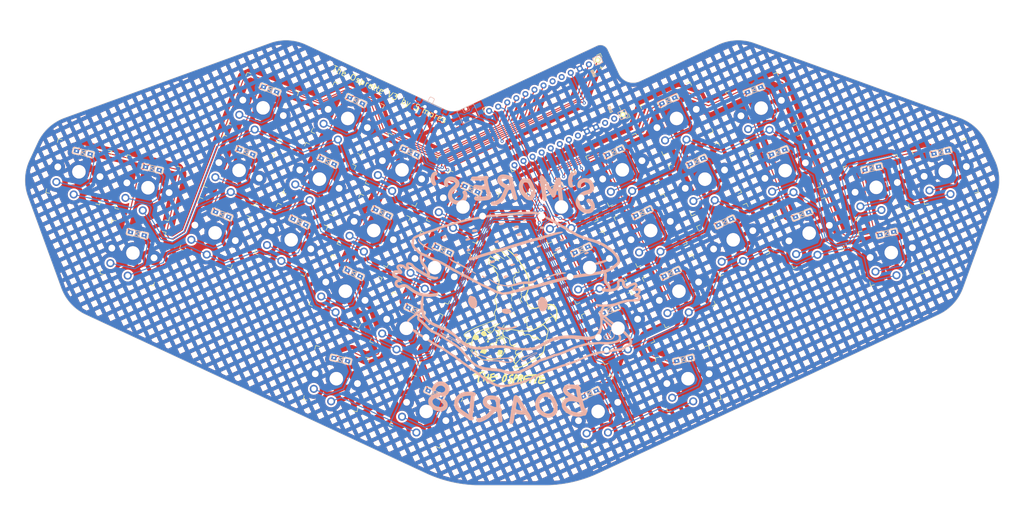
<source format=kicad_pcb>
(kicad_pcb (version 20241229) (generator "pcbnew") (generator_version "9.0")
  (title_block (title "Osprette V3") (date "2023-06-12") (rev "1") (comment 1 "By Sam Mohr"))
  (layers (0 "F.Cu" signal) (2 "B.Cu" signal) (13 "F.Paste" user) (15 "B.Paste" user) (5 "F.SilkS" user "F.Silkscreen") (7 "B.SilkS" user "B.Silkscreen") (1 "F.Mask" user) (3 "B.Mask" user) (25 "Edge.Cuts" user))
  (net 0 "")
  (net 1 "col_0")
  (net 2 "Net-(D1-A)")
  (net 3 "Net-(D2-A)")
  (net 4 "Net-(D3-A)")
  (net 5 "col_1")
  (net 6 "Net-(D4-A)")
  (net 7 "Net-(D5-A)")
  (net 8 "Net-(D6-A)")
  (net 9 "col_2")
  (net 10 "Net-(D7-A)")
  (net 11 "Net-(D8-A)")
  (net 12 "Net-(D9-A)")
  (net 13 "col_3")
  (net 14 "Net-(D10-A)")
  (net 15 "Net-(D11-A)")
  (net 16 "Net-(D12-A)")
  (net 17 "Net-(D13-A)")
  (net 18 "col_4")
  (net 19 "Net-(D14-A)")
  (net 20 "Net-(D15-A)")
  (net 21 "Net-(D16-A)")
  (net 22 "Net-(D17-A)")
  (net 23 "col_5")
  (net 24 "Net-(D18-A)")
  (net 25 "Net-(D19-A)")
  (net 26 "Net-(D20-A)")
  (net 27 "Net-(D21-A)")
  (net 28 "col_6")
  (net 29 "Net-(D22-A)")
  (net 30 "Net-(D23-A)")
  (net 31 "Net-(D24-A)")
  (net 32 "Net-(D25-A)")
  (net 33 "col_7")
  (net 34 "Net-(D26-A)")
  (net 35 "Net-(D27-A)")
  (net 36 "Net-(D28-A)")
  (net 37 "col_8")
  (net 38 "Net-(D29-A)")
  (net 39 "Net-(D30-A)")
  (net 40 "Net-(D31-A)")
  (net 41 "col_9")
  (net 42 "Net-(D32-A)")
  (net 43 "Net-(D33-A)")
  (net 44 "Net-(D34-A)")
  (net 45 "row_0")
  (net 46 "row_1")
  (net 47 "row_2")
  (net 48 "row_3")
  (net 49 "reset")
  (net 50 "gnd")
  (net 56 "bat+")
  (net 58 "raw")
  (footprint "footprints:smd-diode" (layer "F.Cu") (at 169.750926 129.939559 25)
    (property "Reference" "D33" (hide yes))
    (property "Value" "1N4148" (hide yes))
  )
  (footprint "footprints:smd-diode" (layer "F.Cu") (at 124.184508 68.592772 -25)
    (property "Reference" "D4" (hide yes))
    (property "Value" "1N4148" (hide yes))
  )
  (footprint "footprints:smd-diode" (layer "F.Cu") (at 258.881411 68.652426 13)
    (property "Reference" "D10" (hide yes))
    (property "Value" "1N4148" (hide yes))
  )
  (footprint "footprints:choc-switch-one-sided" (layer "F.Cu") (at 128.22134 134.471099 -25)
    (property "Reference" "SW32" (hide yes))
    (property "Value" "SW_Push")
  )
  (footprint "footprints:choc-switch-one-sided" (layer "F.Cu") (at 171.864016 134.471101 25)
    (property "Reference" "SW33" (hide yes))
    (property "Value" "SW_Push")
  )
  (footprint "footprints:smd-diode" (layer "F.Cu") (at 132.4683 93.419748 -25)
    (property "Reference" "D15" (hide yes))
    (property "Value" "1N4148" (hide yes))
  )
  (footprint "footprints:choc-switch-one-sided" (layer "F.Cu") (at 130.355206 97.951286 -25)
    (property "Reference" "SW15" (hide yes))
    (property "Value" "SW_Push")
  )
  (footprint "footprints:smd-diode" (layer "F.Cu") (at 88.586623 52.71376 -21)
    (property "Reference" "D2" (hide yes))
    (property "Value" "1N4148" (hide yes))
  )
  (footprint "footprints:smd-diode" (layer "F.Cu") (at 174.801572 108.826978 25)
    (property "Reference" "D26" (hide yes))
    (property "Value" "1N4148" (hide yes))
  )
  (footprint "footprints:smd-diode" (layer "F.Cu") (at 117 84 -25)
    (property "Reference" "D14" (hide yes))
    (property "Value" "1N4148" (hide yes))
  )
  (footprint "footprints:choc-switch-one-sided" (layer "F.Cu") (at 169.730153 97.951284 25)
    (property "Reference" "SW16" (hide yes))
    (property "Value" "SW_Push")
  )
  (footprint "footprints:smd-diode" (layer "F.Cu") (at 106.525951 121.275133 -13)
    (property "Reference" "D31" (hide yes))
    (property "Value" "1N4148" (hide yes))
  )
  (footprint "footprints:reset-switch-angled-4pin" (layer "F.Cu") (at 138.860534 58.946849 25)
    (property "Reference" "SW35" (hide yes))
    (property "Value" "SW_Push" (hide yes))
  )
  (footprint "footprints:choc-switch-one-sided" (layer "F.Cu") (at 86.794783 57.381663 -21)
    (property "Reference" "SW2" (hide yes))
    (property "Value" "SW_Push")
  )
  (footprint "footprints:smd-diode" (layer "F.Cu") (at 175.900856 68.592773 25)
    (property "Reference" "D7" (hide yes))
    (property "Value" "1N4148" (hide yes))
  )
  (footprint "footprints:choc-switch-one-sided" (layer "F.Cu") (at 53.751422 94.228318 -13)
    (property "Reference" "SW21" (hide yes))
    (property "Value" "SW_Push")
  )
  (footprint "footprints:choc-switch-one-sided" (layer "F.Cu") (at 246.291672 94.137688 13)
    (property "Reference" "SW30" (hide yes))
    (property "Value" "SW_Push")
  )
  (footprint "footprints:choc-switch-one-sided" (layer "F.Cu") (at 176.914664 113.358519 25)
    (property "Reference" "SW26" (hide yes))
    (property "Value" "SW_Push")
  )
  (footprint "footprints:choc-switch-one-sided" (layer "F.Cu") (at 122.071414 73.124308 -25)
    (property "Reference" "SW4" (hide yes))
    (property "Value" "SW_Push")
  )
  (footprint "footprints:smd-diode" (layer "F.Cu") (at 190.269874 99.407236 25)
    (property "Reference" "D27" (hide yes))
    (property "Value" "1N4148" (hide yes))
  )
  (footprint "art:bird" (layer "F.Cu") (at 150 108)
    (property "Reference" "G***" (hide yes))
    (property "Value" "LOGO" (hide yes))
  )
  (footprint "footprints:smd-diode" (layer "F.Cu") (at 245.166919 89.265832 13)
    (property "Reference" "D30" (hide yes))
    (property "Value" "1N4148" (hide yes))
  )
  (footprint "footprints:choc-switch-one-sided" (layer "F.Cu") (at 137.539717 82.544052 -25)
    (property "Reference" "SW5" (hide yes))
    (property "Value" "SW_Push")
  )
  (footprint "footprints:choc-switch-one-sided" (layer "F.Cu") (at 101.109073 75.486569 -25)
    (property "Reference" "SW13" (hide yes))
    (property "Value" "SW_Push")
  )
  (footprint "footprints:choc-switch-one-sided" (layer "F.Cu") (at 213.260371 57.442045 21)
    (property "Reference" "SW9" (hide yes))
    (property "Value" "SW_Push")
  )
  (footprint "footprints:choc-switch-one-sided" (layer "F.Cu") (at 260.006169 73.524278 13)
    (property "Reference" "SW10" (hide yes))
    (property "Value" "SW_Push")
  )
  (footprint "footprints:choc-switch-one-sided" (layer "F.Cu") (at 74.610277 89.123394 -21)
    (property "Reference" "SW22" (hide yes))
    (property "Value" "SW_Push")
  )
  (footprint "footprints:smd-diode" (layer "F.Cu") (at 217.560785 68.645008 21)
    (property "Reference" "D19" (hide yes))
    (property "Value" "1N4148" (hide yes))
  )
  (footprint "footprints:smd-diode" (layer "F.Cu") (at 241.342746 72.701539 13)
    (property "Reference" "D20" (hide yes))
    (property "Value" "1N4148" (hide yes))
  )
  (footprint "footprints:smd-diode" (layer "F.Cu") (at 96.037656 86.362259 -25)
    (property "Reference" "D23" (hide yes))
    (property "Value" "1N4148" (hide yes))
  )
  (footprint "footprints:smd-diode" (layer "F.Cu") (at 125.283787 108.82698 -25)
    (property "Reference" "D25" (hide yes))
    (property "Value" "1N4148" (hide yes))
  )
  (footprint "footprints:smd-diode" (layer "F.Cu") (at 223.653036 84.515879 21)
    (property "Reference" "D29" (hide yes))
    (property "Value" "1N4148" (hide yes))
  )
  (footprint "footprints:smd-diode" (layer "F.Cu") (at 58.70035 72.792173 -13)
    (property "Reference" "D11" (hide yes))
    (property "Value" "1N4148" (hide yes))
  )
  (footprint "footprints:smd-diode" (layer "F.Cu") (at 183.085364 84.000005 25)
    (property "Reference" "D17" (hide yes))
    (property "Value" "1N4148" (hide yes))
  )
  (footprint "footprints:smd-diode" (layer "F.Cu") (at 54.87618 89.356468 -13)
    (property "Reference" "D21" (hide yes))
    (property "Value" "1N4148" (hide yes))
  )
  (footprint "footprints:smd-diode" (layer "F.Cu") (at 211.468526 52.774139 21)
    (property "Reference" "D9" (hide yes))
    (property "Value" "1N4148" (hide yes))
  )
  (footprint "footprints:smd-diode" (layer "F.Cu") (at 103.222164 70.95503 -25)
    (property "Reference" "D13" (hide yes))
    (property "Value" "1N4148" (hide yes))
  )
  (footprint "footprints:single-pin" (layer "F.Cu") (at 171.743053 45.302031 -65)
    (property "Reference" "+1" (hide yes))
    (property "Value" "MountingHole_Pad" (hide yes))
  )
  (footprint "footprints:choc-switch-one-sided" (layer "F.Cu") (at 40.036931 73.614908 -13)
    (property "Reference" "SW1" (hide yes))
    (property "Value" "SW_Push")
  )
  (footprint "footprints:smd-diode" (layer "F.Cu") (at 193.55941 121.27513 13)
    (property "Reference" "D34" (hide yes))
    (property "Value" "1N4148" (hide yes))
  )
  (footprint "footprints:smd-diode" (layer "F.Cu") (at 130.334436 129.939559 -25)
    (property "Reference" "D32" (hide yes))
    (property "Value" "1N4148" (hide yes))
  )
  (footprint "footprints:smd-diode" (layer "F.Cu") (at 109.815488 99.407236 -25)
    (property "Reference" "D24" (hide yes))
    (property "Value" "1N4148" (hide yes))
  )
  (footprint "footprints:smd-diode" (layer "F.Cu") (at 189.678687 55.547797 25)
    (property "Reference" "D8" (hide yes))
    (property "Value" "1N4148" (hide yes))
  )
  (footprint "footprints:smd-diode" (layer "F.Cu") (at 204.047705 86.362261 25)
    (property "Reference" "D28" (hide yes))
    (property "Value" "1N4148" (hide yes))
  )
  (footprint "footprints:choc-switch-one-sided" (layer "F.Cu") (at 123.170695 113.358518 -25)
    (property "Reference" "SW25" (hide yes))
    (property "Value" "SW_Push")
  )
  (footprint "footprints:choc-switch-one-sided" (layer "F.Cu") (at 107.702394 103.938771 -25)
    (property "Reference" "SW24" (hide yes))
    (property "Value" "SW_Push")
  )
  (footprint "footprints:choc-switch-one-sided" (layer "F.Cu") (at 191.791776 60.079337 25)
    (property "Reference" "SW8" (hide yes))
    (property "Value" "SW_Push")
  )
  (footprint "footprints:smd-diode" (layer "F.Cu") (at 160.432553 78.012514 25)
    (property "Reference" "D6" (hide yes))
    (property "Value" "1N4148" (hide yes))
  )
  (footprint "footprints:smd-diode" (layer "F.Cu") (at 41.161692 68.743054 -13)
    (property "Reference" "D1" (hide yes))
    (property "Value" "1N4148" (hide yes))
  )
  (footprint "footprints:choc-switch-one-sided" (layer "F.Cu") (at 93.924564 90.893802 -25)
    (property "Reference" "SW23" (hide yes))
    (property "Value" "SW_Push")
  )
  (footprint "footprints:choc-switch-one-sided" (layer "F.Cu") (at 192.382968 103.938776 25)
    (property "Reference" "SW27" (hide yes))
    (property "Value" "SW_Push")
  )
  (footprint "footprints:smd-diode" (layer "F.Cu") (at 167.617058 93.419746 25)
    (property "Reference" "D16" (hide yes))
    (property "Value" "1N4148" (hide yes))
  )
  (footprint "footprints:choc-switch-one-sided" (layer "F.Cu") (at 105.401193 126.146982 -13)
    (property "Reference" "SW31" (hide yes))
    (property "Value" "SW_Push")
  )
  (footprint "footprints:choc-switch-one-sided" (layer "F.Cu") (at 162.545643 82.544053 25)
    (property "Reference" "SW6" (hide yes))
    (property "Value" "SW_Push")
  )
  (footprint "footprints:choc-switch-one-sided" (layer "F.Cu") (at 225.444883 89.183778 21)
    (property "Reference" "SW29" (hide yes))
    (property "Value" "SW_Push")
  )
  (footprint "footprints:smd-diode" (layer "F.Cu") (at 110.406676 55.547798 -25)
    (property "Reference" "D3" (hide yes))
    (property "Value" "1N4148" (hide yes))
  )
  (footprint "footprints:choc-switch-one-sided" (layer "F.Cu") (at 219.352623 73.312907 21)
    (property "Reference" "SW19" (hide yes))
    (property "Value" "SW_Push")
  )
  (footprint "footprints:choc-switch-one-sided" (layer "F.Cu") (at 242.467501 77.573391 13)
    (property "Reference" "SW20" (hide yes))
    (property "Value" "SW_Push")
  )
  (footprint "footprints:choc-switch-one-sided" (layer "F.Cu") (at 194.684164 126.146984 13)
    (property "Reference" "SW34" (hide yes))
    (property "Value" "SW_Push")
  )
  (footprint "footprints:smd-diode" (layer "F.Cu") (at 82.494374 68.584622 -21)
    (property "Reference" "D12" (hide yes))
    (property "Value" "1N4148" (hide yes))
  )
  (footprint "footprints:smd-diode" (layer "F.Cu") (at 196.863197 70.955025 25)
    (property "Reference" "D18" (hide yes))
    (property "Value" "1N4148" (hide yes))
  )
  (footprint "footprints:single-pin" (layer "F.Cu") (at 178.166849 59.077905 -65)
    (property "Reference" "-1" (hide yes))
    (property "Value" "MountingHole_Pad" (hide yes))
  )
  (footprint "footprints:choc-switch-one-sided" (layer "F.Cu") (at 80.702532 73.252525 -21)
    (property "Reference" "SW12" (hide yes))
    (property "Value" "SW_Push")
  )
  (footprint "footprints:choc-switch-one-sided" (layer "F.Cu") (at 108.293587 60.079334 -25)
    (property "Reference" "SW3" (hide yes))
    (property "Value" "SW_Push")
  )
  (footprint "footprints:choc-switch-one-sided" (layer "F.Cu") (at 57.575593 77.664024 -13)
    (property "Reference" "SW11" (hide yes))
    (property "Value" "SW_Push")
  )
  (footprint "footprints:choc-switch-one-sided" (layer "F.Cu") (at 185.198456 88.531543 25)
    (property "Reference" "SW17" (hide yes))
    (property "Value" "SW_Push")
  )
  (footprint "footprints:choc-switch-one-sided" (layer "F.Cu") (at 114.886906 88.531543 -25)
    (property "Reference" "SW14" (hide yes))
    (property "Value" "SW_Push")
  )
  (footprint "art:osprette_v3_title" (layer "F.Cu") (at 149.5 126)
    (property "Reference" "G***" (hide yes))
    (property "Value" "LOGO" (hide yes))
  )
  (footprint "footprints:choc-switch-one-sided" (layer "F.Cu") (at 206.160798 90.893801 25)
    (property "Reference" "SW28" (hide yes))
    (property "Value" "SW_Push")
  )
  (footprint "footprints:smd-diode" (layer "F.Cu") (at 76.402118 84.455488 -21)
    (property "Reference" "D22" (hide yes))
    (property "Value" "1N4148" (hide yes))
  )
  (footprint "footprints:pro-micro" (layer "F.Cu") (at 159.607542 59.356072 -65)
    (property "Reference" "U1" (hide yes))
    (property "Value" "ProMicro_r" (hide yes))
  )
  (footprint "footprints:smd-diode" (layer "F.Cu") (at 139.652812 78.012514 -25)
    (property "Reference" "D5" (hide yes))
    (property "Value" "1N4148" (hide yes))
  )
  (footprint "footprints:choc-switch-one-sided" (layer "F.Cu") (at 198.976282 75.486565 25)
    (property "Reference" "SW18" (hide yes))
    (property "Value" "SW_Push")
  )
  (footprint "footprints:choc-switch-one-sided" (layer "F.Cu") (at 178.013947 73.124308 25)
    (property "Reference" "SW7" (hide yes))
    (property "Value" "SW_Push")
  )
  (footprint "footprints:power-switch" (layer "B.Cu") (at 129.097443 58.056942 -25)
    (property "Reference" "SW36" (hide yes))
    (property "Value" "SW_SPDT" (hide yes))
  )
  (footprint "art:smores" (layer "B.Cu") (at 152.5 108 180)
    (property "Reference" "G***" (hide yes))
    (property "Value" "LOGO" (hide yes))
  )
  (gr_line (start 88.540263 40.954051) (end 36.379917 59.938866) (stroke (width 0.1)) (layer "Edge.Cuts"))
  (gr_line (start 272.589988 70.675294) (end 270.476896 66.143755) (stroke (width 0.1)) (layer "Edge.Cuts"))
  (gr_line (start 263.705443 59.938863) (end 211.545098 40.954049) (stroke (width 0.1)) (layer "Edge.Cuts"))
  (gr_arc (start 88.540263 40.954051) (mid 93.167938 40.241784) (end 97.715924 41.35467) (stroke (width 0.1)) (layer "Edge.Cuts"))
  (gr_arc (start 171.604433 41.632553) (mid 173.133712 41.565783) (end 174.262286 42.599935) (stroke (width 0.1)) (layer "Edge.Cuts"))
  (gr_arc (start 29.608464 66.143757) (mid 32.377075 62.367848) (end 36.379917 59.938866) (stroke (width 0.1)) (layer "Edge.Cuts"))
  (gr_line (start 174.262286 42.599935) (end 177.11496 48.717511) (stroke (width 0.1)) (layer "Edge.Cuts"))
  (gr_arc (start 27.094756 79.850956) (mid 26.38249 75.223282) (end 27.495374 70.675296) (stroke (width 0.1)) (layer "Edge.Cuts"))
  (gr_line (start 141.90099 153.204303) (end 158.150992 153.204304) (stroke (width 0.1)) (layer "Edge.Cuts"))
  (gr_line (start 136.846485 57.840451) (end 171.604433 41.632553) (stroke (width 0.1)) (layer "Edge.Cuts"))
  (gr_arc (start 272.589988 70.675294) (mid 273.702873 75.223282) (end 272.990604 79.850957) (stroke (width 0.1)) (layer "Edge.Cuts"))
  (gr_arc (start 182.430663 50.652268) (mid 179.372112 50.785799) (end 177.11496 48.717511) (stroke (width 0.1)) (layer "Edge.Cuts"))
  (gr_line (start 264.526037 103.107162) (end 272.990604 79.850957) (stroke (width 0.1)) (layer "Edge.Cuts"))
  (gr_arc (start 41.764215 109.878616) (mid 37.988306 107.110005) (end 35.559325 103.107163) (stroke (width 0.1)) (layer "Edge.Cuts"))
  (gr_line (start 182.430663 50.652268) (end 202.369437 41.354669) (stroke (width 0.1)) (layer "Edge.Cuts"))
  (gr_line (start 29.608464 66.143757) (end 27.495374 70.675296) (stroke (width 0.1)) (layer "Edge.Cuts"))
  (gr_arc (start 202.369437 41.354669) (mid 206.917423 40.241784) (end 211.545098 40.954049) (stroke (width 0.1)) (layer "Edge.Cuts"))
  (gr_arc (start 171.994284 150.133492) (mid 165.242154 152.433082) (end 158.150992 153.204304) (stroke (width 0.1)) (layer "Edge.Cuts"))
  (gr_line (start 133.113923 57.834119) (end 97.715924 41.35467) (stroke (width 0.1)) (layer "Edge.Cuts"))
  (gr_arc (start 264.526037 103.107162) (mid 262.097053 107.110002) (end 258.321145 109.878613) (stroke (width 0.1)) (layer "Edge.Cuts"))
  (gr_line (start 171.994284 150.133492) (end 258.321145 109.878613) (stroke (width 0.1)) (layer "Edge.Cuts"))
  (gr_line (start 41.764215 109.878616) (end 128.124283 150.148977) (stroke (width 0.1)) (layer "Edge.Cuts"))
  (gr_arc (start 141.901174 153.202022) (mid 134.845612 152.429613) (end 128.124283 150.148977) (stroke (width 0.1)) (layer "Edge.Cuts"))
  (gr_line (start 27.094756 79.850956) (end 35.559325 103.107163) (stroke (width 0.1)) (layer "Edge.Cuts"))
  (gr_arc (start 136.846485 57.840451) (mid 134.979503 58.252675) (end 133.113923 57.834119) (stroke (width 0.1)) (layer "Edge.Cuts"))
  (gr_arc (start 263.705443 59.938863) (mid 267.708284 62.367847) (end 270.476896 66.143755) (stroke (width 0.1)) (layer "Edge.Cuts"))
  (gr_text "The Osprette V3 by S'mores" (at 104 48 -25) (layer "F.SilkS") (effects (font (size 1.5 1.5) (thickness 0.2)) (justify left bottom)))
  (gr_text "+" (at 172.759551 46.320509 115) (layer "F.SilkS") (effects (font (size 1 1)) (justify left bottom mirror)))
  (gr_text "-" (at 177.577399 56.652418 115) (layer "F.SilkS") (effects (font (size 1 1)) (justify left bottom mirror)))
  (segment (start 62.971446 90.511703) (end 63.945815 90.736656) (width 0.25) (layer "F.Cu") (net 1))
  (segment (start 56.970841 72.392888) (end 56.074981 70.959206) (width 0.25) (layer "F.Cu") (net 1))
  (segment (start 55.378932 73.387622) (end 52.151938 87.365267) (width 0.25) (layer "F.Cu") (net 1))
  (segment (start 101.191096 55.714696) (end 108.296814 52.551028) (width 0.25) (layer "F.Cu") (net 1))
  (segment (start 63.945815 90.736656) (end 66.944121 88.863107) (width 0.25) (layer "F.Cu") (net 1))
  (segment (start 40.865863 67.4479) (end 39.432183 68.343764) (width 0.25) (layer "F.Cu") (net 1))
  (segment (start 56.970841 72.392888) (end 55.378932 73.387622) (width 0.25) (layer "F.Cu") (net 1))
  (segment (start 131.293967 68.985125) (end 146.681781 61.80967) (width 0.25) (layer "F.Cu") (net 1))
  (segment (start 115.492208 55.548071) (end 118.152504 62.857164) (width 0.25) (layer "F.Cu") (net 1))
  (segment (start 65.708771 74.209644) (end 62.22203 89.312384) (width 0.25) (layer "F.Cu") (net 1))
  (segment (start 56.970841 72.392888) (end 58.404523 71.497024) (width 0.25) (layer "F.Cu") (net 1))
  (segment (start 56.074981 70.959206) (end 40.865863 67.4479) (width 0.25) (layer "F.Cu") (net 1))
  (segment (start 146.681781 61.80967) (end 148.795338 56.002725) (width 0.25) (layer "F.Cu") (net 1))
  (segment (start 83.580406 48.954587) (end 101.191096 55.714696) (width 0.25) (layer "F.Cu") (net 1))
  (segment (start 108.72827 52.393992) (end 115.492208 55.548071) (width 0.25) (layer "F.Cu") (net 1))
  (segment (start 58.404523 71.497024) (end 64.959351 73.01032) (width 0.25) (layer "F.Cu") (net 1))
  (segment (start 62.22203 89.312384) (end 62.971446 90.511703) (width 0.25) (layer "F.Cu") (net 1))
  (segment (start 108.296814 52.551028) (end 108.72827 52.393992) (width 0.25) (layer "F.Cu") (net 1))
  (segment (start 64.959351 73.01032) (end 65.708771 74.209644) (width 0.25) (layer "F.Cu") (net 1))
  (segment (start 81.992117 49.661737) (end 83.580406 48.954587) (width 0.25) (layer "F.Cu") (net 1))
  (segment (start 66.944121 88.863107) (end 81.992117 49.661737) (width 0.25) (layer "F.Cu") (net 1))
  (segment (start 52.151938 87.365267) (end 53.146676 88.957178) (width 0.25) (layer "F.Cu") (net 1))
  (segment (start 118.152504 62.857164) (end 131.293967 68.985125) (width 0.25) (layer "F.Cu") (net 1))
  (segment (start 42.641735 76.324906) (end 40.548429 77.63295) (width 0.25) (layer "B.Cu") (net 2))
  (segment (start 43.919891 70.788598) (end 42.641735 76.324906) (width 0.25) (layer "B.Cu") (net 2))
  (segment (start 40.548429 77.63295) (end 34.31027 76.192755) (width 0.25) (layer "B.Cu") (net 2))
  (segment (start 42.891196 69.142341) (end 43.919891 70.788598) (width 0.25) (layer "B.Cu") (net 2))
  (segment (start 90.920677 54.870304) (end 88.887602 60.16665) (width 0.25) (layer "B.Cu") (net 3))
  (segment (start 90.243731 53.349861) (end 90.920677 54.870304) (width 0.25) (layer "B.Cu") (net 3))
  (segment (start 88.887602 60.16665) (end 86.368315 61.288307) (width 0.25) (layer "B.Cu") (net 3))
  (segment (start 86.368315 61.288307) (end 80.765086 59.137425) (width 0.25) (layer "B.Cu") (net 3))
  (segment (start 107.958209 64.115783) (end 102.156096 61.410214) (width 0.25) (layer "B.Cu") (net 4))
  (segment (start 110.098667 63.336717) (end 107.958209 64.115783) (width 0.25) (layer "B.Cu") (net 4))
  (segment (start 112.015371 56.297945) (end 112.61398 57.942607) (width 0.25) (layer "B.Cu") (net 4))
  (segment (start 112.61398 57.942607) (end 110.098667 63.336717) (width 0.25) (layer "B.Cu") (net 4))
  (segment (start 80.837264 67.948525) (end 80.809716 68.020288) (width 0.25) (layer "F.Cu") (net 5))
  (segment (start 86.929523 52.077654) (end 85.607673 52.666179) (width 0.25) (layer "F.Cu") (net 5))
  (segment (start 101.13925 56.230364) (end 108.200178 53.086638) (width 0.25) (layer "F.Cu") (net 5))
  (segment (start 95.537766 54.080157) (end 101.13925 56.230364) (width 0.25) (layer "F.Cu") (net 5))
  (segment (start 117.488044 63.099008) (end 131.082663 69.43828) (width 0.25) (layer "F.Cu") (net 5))
  (segment (start 79.487874 68.60881) (end 74.156489 82.497544) (width 0.25) (layer "F.Cu") (net 5))
  (segment (start 108.200178 53.086638) (end 108.666538 52.916898) (width 0.25) (layer "F.Cu") (net 5))
  (segment (start 86.929527 52.077653) (end 88.499784 51.378529) (width 0.25) (layer "F.Cu") (net 5))
  (segment (start 114.827749 55.789912) (end 117.488044 63.099008) (width 0.25) (layer "F.Cu") (net 5))
  (segment (start 148.743849 61.39549) (end 151.09736 54.929276) (width 0.25) (layer "F.Cu") (net 5))
  (segment (start 88.499784 51.378529) (end 95.537766 54.080157) (width 0.25) (layer "F.Cu") (net 5))
  (segment (start 80.809716 68.020288) (end 79.487874 68.60881) (width 0.25) (layer "F.Cu") (net 5))
  (segment (start 80.248743 66.62668) (end 80.837264 67.948525) (width 0.25) (layer "F.Cu") (net 5))
  (segment (start 74.156489 82.497544) (end 74.74501 83.81939) (width 0.25) (layer "F.Cu") (net 5))
  (segment (start 85.607673 52.666179) (end 80.248743 66.62668) (width 0.25) (layer "F.Cu") (net 5))
  (segment (start 131.082663 69.43828) (end 131.314819 69.522784) (width 0.25) (layer "F.Cu") (net 5))
  (segment (start 131.314819 69.522784) (end 148.743849 61.39549) (width 0.25) (layer "F.Cu") (net 5))
  (segment (start 108.666538 52.916898) (end 114.827749 55.789912) (width 0.25) (layer "F.Cu") (net 5))
  (segment (start 121.736042 77.160757) (end 115.933926 74.455189) (width 0.25) (layer "B.Cu") (net 6))
  (segment (start 123.876495 76.381694) (end 121.736042 77.160757) (width 0.25) (layer "B.Cu") (net 6))
  (segment (start 125.793201 69.342918) (end 125.836937 69.363308) (width 0.25) (layer "B.Cu") (net 6))
  (segment (start 125.836937 69.363308) (end 126.412208 70.943847) (width 0.25) (layer "B.Cu") (net 6))
  (segment (start 126.412208 70.943847) (end 123.876495 76.381694) (width 0.25) (layer "B.Cu") (net 6))
  (segment (start 141.261505 78.762666) (end 141.860112 80.40733) (width 0.25) (layer "B.Cu") (net 7))
  (segment (start 137.204341 86.5805) (end 131.402231 83.874934) (width 0.25) (layer "B.Cu") (net 7))
  (segment (start 141.860112 80.40733) (end 139.344798 85.80144) (width 0.25) (layer "B.Cu") (net 7))
  (segment (start 139.344798 85.80144) (end 137.204341 86.5805) (width 0.25) (layer "B.Cu") (net 7))
  (segment (start 166.321115 83.541971) (end 165.69232 85.269574) (width 0.25) (layer "B.Cu") (net 8))
  (segment (start 163.669183 77.854887) (end 166.321115 83.541971) (width 0.25) (layer "B.Cu") (net 8))
  (segment (start 165.69232 85.269574) (end 159.620053 88.101114) (width 0.25) (layer "B.Cu") (net 8))
  (segment (start 162.041244 77.262369) (end 163.669183 77.854887) (width 0.25) (layer "B.Cu") (net 8))
  (segment (start 150.804028 60.9865) (end 153.399382 53.855821) (width 0.25) (layer "F.Cu") (net 9))
  (segment (start 131.340865 70.062322) (end 150.804028 60.9865) (width 0.25) (layer "F.Cu") (net 9))
  (segment (start 94.428958 85.612114) (end 93.842528 84.000909) (width 0.25) (layer "F.Cu") (net 9))
  (segment (start 101.61347 70.204879) (end 101.027038 68.593674) (width 0.25) (layer "F.Cu") (net 9))
  (segment (start 108.79798 54.79765) (end 110.324905 54.241897) (width 0.25) (layer "F.Cu") (net 9))
  (segment (start 101.027038 68.593674) (end 107.186773 55.384081) (width 0.25) (layer "F.Cu") (net 9))
  (segment (start 116.823577 63.340856) (end 130.871348 69.891433) (width 0.25) (layer "F.Cu") (net 9))
  (segment (start 130.871348 69.891433) (end 131.340865 70.062322) (width 0.25) (layer "F.Cu") (net 9))
  (segment (start 107.186773 55.384081) (end 108.79798 54.797648) (width 0.25) (layer "F.Cu") (net 9))
  (segment (start 93.842528 84.000909) (end 100.002262 70.791309) (width 0.25) (layer "F.Cu") (net 9))
  (segment (start 110.324905 54.241897) (end 114.163284 56.03176) (width 0.25) (layer "F.Cu") (net 9))
  (segment (start 114.163284 56.03176) (end 116.823577 63.340856) (width 0.25) (layer "F.Cu") (net 9))
  (segment (start 100.002262 70.791309) (end 101.61347 70.204879) (width 0.25) (layer "F.Cu") (net 9))
  (segment (start 177.509549 67.842623) (end 179.137483 68.435142) (width 0.25) (layer "B.Cu") (net 10))
  (segment (start 181.789415 74.122227) (end 181.16062 75.849829) (width 0.25) (layer "B.Cu") (net 10))
  (segment (start 181.16062 75.849829) (end 175.088358 78.681375) (width 0.25) (layer "B.Cu") (net 10))
  (segment (start 179.137483 68.435142) (end 181.789415 74.122227) (width 0.25) (layer "B.Cu") (net 10))
  (segment (start 191.287383 54.797649) (end 192.915318 55.390167) (width 0.25) (layer "B.Cu") (net 11))
  (segment (start 194.938447 62.804853) (end 188.866186 65.636397) (width 0.25) (layer "B.Cu") (net 11))
  (segment (start 192.915318 55.390167) (end 195.567243 61.077248) (width 0.25) (layer "B.Cu") (net 11))
  (segment (start 195.567243 61.077248) (end 194.938447 62.804853) (width 0.25) (layer "B.Cu") (net 11))
  (segment (start 213.125635 52.138038) (end 215.179533 53.052493) (width 0.25) (layer "B.Cu") (net 12))
  (segment (start 216.422926 60.298404) (end 209.954263 62.781489) (width 0.25) (layer "B.Cu") (net 12))
  (segment (start 217.248874 58.443301) (end 216.422926 60.298404) (width 0.25) (layer "B.Cu") (net 12))
  (segment (start 215.179533 53.052493) (end 217.248874 58.443301) (width 0.25) (layer "B.Cu") (net 12))
  (segment (start 131.366913 70.601867) (end 152.864203 60.577515) (width 0.25) (layer "F.Cu") (net 13))
  (segment (start 122.575809 67.842623) (end 124.102736 67.286868) (width 0.25) (layer "F.Cu") (net 13))
  (segment (start 116.005524 119.880812) (end 116.5338 118.747923) (width 0.25) (layer "F.Cu") (net 13))
  (segment (start 122.554894 67.83287) (end 120.974356 68.40814) (width 0.25) (layer "F.Cu") (net 13))
  (segment (start 109.300138 119.236632) (end 113.015443 120.969114) (width 0.25) (layer "F.Cu") (net 13))
  (segment (start 111.684193 108.211179) (end 108.206788 98.657086) (width 0.25) (layer "F.Cu") (net 13))
  (segment (start 104.796447 120.875843) (end 109.300138 119.236632) (width 0.25) (layer "F.Cu") (net 13))
  (segment (start 114.804866 81.638651) (end 115.391296 83.249857) (width 0.25) (layer "F.Cu") (net 13))
  (segment (start 115.391296 83.249857) (end 115.370383 83.240105) (width 0.25) (layer "F.Cu") (net 13))
  (segment (start 116.5338 118.747923) (end 112.90613 108.780977) (width 0.25) (layer "F.Cu") (net 13))
  (segment (start 130.660041 70.344587) (end 131.366913 70.601867) (width 0.25) (layer "F.Cu") (net 13))
  (segment (start 107.620363 97.045882) (end 108.206788 98.657086) (width 0.25) (layer "F.Cu") (net 13))
  (segment (start 112.90613 108.780977) (end 111.684193 108.211179) (width 0.25) (layer "F.Cu") (net 13))
  (segment (start 124.102736 67.286868) (end 130.660041 70.344587) (width 0.25) (layer "F.Cu") (net 13))
  (segment (start 152.864203 60.577515) (end 155.701404 52.782371) (width 0.25) (layer "F.Cu") (net 13))
  (segment (start 120.974356 68.40814) (end 114.804866 81.638651) (width 0.25) (layer "F.Cu") (net 13))
  (segment (start 122.57581 67.842623) (end 122.554894 67.83287) (width 0.25) (layer "F.Cu") (net 13))
  (segment (start 113.015443 120.969114) (end 116.005524 119.880812) (width 0.25) (layer "F.Cu") (net 13))
  (segment (start 115.370383 83.240105) (end 113.789846 83.815374) (width 0.25) (layer "F.Cu") (net 13))
  (segment (start 113.789846 83.815374) (end 107.620363 97.045882) (width 0.25) (layer "F.Cu") (net 13))
  (segment (start 262.517404 76.84447) (end 255.989128 78.351638) (width 0.25) (layer "B.Cu") (net 14))
  (segment (start 262.080083 69.171176) (end 263.491651 75.285344) (width 0.25) (layer "B.Cu") (net 14))
  (segment (start 263.491651 75.285344) (end 262.517404 76.84447) (width 0.25) (layer "B.Cu") (net 14))
  (segment (start 260.610917 68.253137) (end 262.080083 69.171176) (width 0.25) (layer "B.Cu") (net 14))
  (segment (start 60.429859 73.191465) (end 61.407542 74.756082) (width 0.25) (layer "B.Cu") (net 15))
  (segment (start 60.180395 80.374023) (end 58.087085 81.682065) (width 0.25) (layer "B.Cu") (net 15))
  (segment (start 61.407542 74.756082) (end 61.473865 74.771397) (width 0.25) (layer "B.Cu") (net 15))
  (segment (start 58.087085 81.682065) (end 51.848927 80.241876) (width 0.25) (layer "B.Cu") (net 15))
  (segment (start 61.473865 74.771397) (end 60.180395 80.374023) (width 0.25) (layer "B.Cu") (net 15))
  (segment (start 84.151478 69.220729) (end 84.828421 70.741168) (width 0.25) (layer "B.Cu") (net 16))
  (segment (start 82.795339 76.037516) (end 80.276062 77.159171) (width 0.25) (layer "B.Cu") (net 16))
  (segment (start 80.276062 77.159171) (end 74.67283 75.00829) (width 0.25) (layer "B.Cu") (net 16))
  (segment (start 84.828421 70.741168) (end 82.795339 76.037516) (width 0.25) (layer "B.Cu") (net 16))
  (segment (start 102.914155 78.743947) (end 100.773698 79.523016) (width 0.25) (layer "B.Cu") (net 17))
  (segment (start 104.830862 71.70517) (end 104.874596 71.72557) (width 0.25) (layer "B.Cu") (net 17))
  (segment (start 100.773698 79.523016) (end 94.971585 76.817447) (width 0.25) (layer "B.Cu") (net 17))
  (segment (start 105.449863 73.306109) (end 102.914155 78.743947) (width 0.25) (layer "B.Cu") (net 17))
  (segment (start 104.874596 71.72557) (end 105.449863 73.306109) (width 0.25) (layer "B.Cu") (net 17))
  (segment (start 138.04411 77.262366) (end 138.023201 77.252614) (width 0.25) (layer "F.Cu") (net 18))
  (segment (start 130.838691 92.659847) (end 129.258154 93.235116) (width 0.25) (layer "F.Cu") (net 18))
  (segment (start 126.666685 116.093034) (end 126.516011 115.679058) (width 0.25) (layer "F.Cu") (net 18))
  (segment (start 123.675093 108.076832) (end 123.764145 108.11836) (width 0.25) (layer "F.Cu") (net 18))
  (segment (start 130.273172 91.058395) (end 130.859602 92.669596) (width 0.25) (layer "F.Cu") (net 18))
  (segment (start 138.044113 77.262367) (end 131.696885 74.952162) (width 0.25) (layer "F.Cu") (net 18))
  (segment (start 129.258154 93.235116) (end 123.088662 106.465629) (width 0.25) (layer "F.Cu") (net 18))
  (segment (start 123.088662 106.465629) (end 123.675093 108.076832) (width 0.25) (layer "F.Cu") (net 18))
  (segment (start 131.696885 74.952162) (end 130.816923 73.065085) (width 0.25) (layer "F.Cu") (net 18))
  (segment (start 128.725739 129.189412) (end 125.146001 119.354164) (width 0.25) (layer "F.Cu") (net 18))
  (segment (start 131.542455 71.071697) (end 154.924382 60.168525) (width 0.25) (layer "F.Cu") (net 18))
  (segment (start 130.816923 73.065085) (end 131.542455 71.071697) (width 0.25) (layer "F.Cu") (net 18))
  (segment (start 123.764145 108.11836) (end 126.516011 115.679058) (width 0.25) (layer "F.Cu") (net 18))
  (segment (start 138.023201 77.252614) (end 136.442665 77.827884) (width 0.25) (layer "F.Cu") (net 18))
  (segment (start 130.859602 92.669596) (end 130.838691 92.659847) (width 0.25) (layer "F.Cu") (net 18))
  (segment (start 154.924382 60.168525) (end 158.003424 51.708924) (width 0.25) (layer "F.Cu") (net 18))
  (segment (start 136.442665 77.827884) (end 130.273172 91.058395) (width 0.25) (layer "F.Cu") (net 18))
  (segment (start 125.146001 119.354164) (end 126.666685 116.093034) (width 0.25) (layer "F.Cu") (net 18))
  (segment (start 116.691985 91.788927) (end 114.551528 92.567988) (width 0.25) (layer "B.Cu") (net 19))
  (segment (start 114.551528 92.567988) (end 108.749413 89.862418) (width 0.25) (layer "B.Cu") (net 19))
  (segment (start 118.652424 84.770539) (end 119.22769 86.351083) (width 0.25) (layer "B.Cu") (net 19))
  (segment (start 119.22769 86.351083) (end 116.691985 91.788927) (width 0.25) (layer "B.Cu") (net 19))
  (segment (start 118.608695 84.750151) (end 118.652424 84.770539) (width 0.25) (layer "B.Cu") (net 19))
  (segment (start 132.16029 101.208672) (end 130.019834 101.987733) (width 0.25) (layer "B.Cu") (net 20))
  (segment (start 134.076996 94.169895) (end 134.675601 95.814562) (width 0.25) (layer "B.Cu") (net 20))
  (segment (start 130.019834 101.987733) (end 124.217718 99.282166) (width 0.25) (layer "B.Cu") (net 20))
  (segment (start 134.675601 95.814562) (end 132.16029 101.208672) (width 0.25) (layer "B.Cu") (net 20))
  (segment (start 173.505622 98.949203) (end 172.876825 100.676804) (width 0.25) (layer "B.Cu") (net 21))
  (segment (start 169.225752 92.669599) (end 170.853692 93.262122) (width 0.25) (layer "B.Cu") (net 21))
  (segment (start 170.853692 93.262122) (end 173.505622 98.949203) (width 0.25) (layer "B.Cu") (net 21))
  (segment (start 172.876825 100.676804) (end 166.804563 103.508348) (width 0.25) (layer "B.Cu") (net 21))
  (segment (start 188.973926 89.529458) (end 188.345126 91.257063) (width 0.25) (layer "B.Cu") (net 22))
  (segment (start 184.69406 83.249861) (end 186.321999 83.842378) (width 0.25) (layer "B.Cu") (net 22))
  (segment (start 186.321999 83.842378) (end 188.973926 89.529458) (width 0.25) (layer "B.Cu") (net 22))
  (segment (start 188.345126 91.257063) (end 182.272865 94.088607) (width 0.25) (layer "B.Cu") (net 22))
  (segment (start 158.823855 78.762663) (end 158.231334 80.390596) (width 0.25) (layer "F.Cu") (net 23))
  (segment (start 168.045781 73.634875) (end 167.199325 75.960495) (width 0.25) (layer "F.Cu") (net 23))
  (segment (start 171.564943 108.984607) (end 173.192875 109.577125) (width 0.25) (layer "F.Cu") (net 23))
  (segment (start 172.600361 111.205058) (end 176.942758 120.517377) (width 0.25) (layer "F.Cu") (net 23))
  (segment (start 168.867764 128.696318) (end 168.142233 130.689705) (width 0.25) (layer "F.Cu") (net 23))
  (segment (start 165.415844 95.797828) (end 171.564943 108.984607) (width 0.25) (layer "F.Cu") (net 23))
  (segment (start 166.008363 94.169895) (end 165.415844 95.797828) (width 0.25) (layer "F.Cu") (net 23))
  (segment (start 176.942758 120.517377) (end 175.008001 125.833082) (width 0.25) (layer "F.Cu") (net 23))
  (segment (start 175.008001 125.833082) (end 168.867764 128.696318) (width 0.25) (layer "F.Cu") (net 23))
  (segment (start 158.231334 80.390596) (end 164.38043 93.577377) (width 0.25) (layer "F.Cu") (net 23))
  (segment (start 164.38043 93.577377) (end 166.008363 94.169895) (width 0.25) (layer "F.Cu") (net 23))
  (segment (start 160.152781 79.24635) (end 158.823855 78.762663) (width 0.25) (layer "F.Cu") (net 23))
  (segment (start 167.623163 72.728567) (end 168.045781 73.634875) (width 0.25) (layer "F.Cu") (net 23))
  (segment (start 173.192875 109.577125) (end 172.600361 111.205058) (width 0.25) (layer "F.Cu") (net 23))
  (segment (start 167.199325 75.960495) (end 160.152781 79.24635) (width 0.25) (layer "F.Cu") (net 23))
  (via (at 167.623163 72.728567) (size 0.8) (drill 0.4) (layers "F.Cu" "B.Cu") (net 23))
  (segment (start 167.623163 72.728567) (end 164.355942 65.721992) (width 0.25) (layer "B.Cu") (net 23))
  (segment (start 164.355942 65.721992) (end 164.435673 65.502928) (width 0.25) (layer "B.Cu") (net 23))
  (segment (start 202.122963 78.21208) (end 196.050699 81.043624) (width 0.25) (layer "B.Cu") (net 24))
  (segment (start 198.471892 70.204883) (end 200.099825 70.797399) (width 0.25) (layer "B.Cu") (net 24))
  (segment (start 200.099825 70.797399) (end 202.751756 76.484483) (width 0.25) (layer "B.Cu") (net 24))
  (segment (start 202.751756 76.484483) (end 202.122963 78.21208) (width 0.25) (layer "B.Cu") (net 24))
  (segment (start 222.048395 76.348453) (end 216.046521 78.652353) (width 0.25) (layer "B.Cu") (net 25))
  (segment (start 219.217889 68.008902) (end 220.625815 68.635756) (width 0.25) (layer "B.Cu") (net 25))
  (segment (start 220.625815 68.635756) (end 222.874338 74.493351) (width 0.25) (layer "B.Cu") (net 25))
  (segment (start 222.874338 74.493351) (end 222.048395 76.348453) (width 0.25) (layer "B.Cu") (net 25))
  (segment (start 244.541421 73.220289) (end 245.952987 79.334461) (width 0.25) (layer "B.Cu") (net 26))
  (segment (start 245.952987 79.334461) (end 244.978742 80.893585) (width 0.25) (layer "B.Cu") (net 26))
  (segment (start 243.072256 72.302253) (end 244.541421 73.220289) (width 0.25) (layer "B.Cu") (net 26))
  (segment (start 244.978742 80.893585) (end 238.450464 82.400751) (width 0.25) (layer "B.Cu") (net 26))
  (segment (start 54.262919 98.246356) (end 48.024761 96.80617) (width 0.25) (layer "B.Cu") (net 27))
  (segment (start 57.583374 91.320376) (end 57.649698 91.335686) (width 0.25) (layer "B.Cu") (net 27))
  (segment (start 56.605687 89.755754) (end 57.583374 91.320376) (width 0.25) (layer "B.Cu") (net 27))
  (segment (start 56.356228 96.938315) (end 54.262919 98.246356) (width 0.25) (layer "B.Cu") (net 27))
  (segment (start 57.649698 91.335686) (end 56.356228 96.938315) (width 0.25) (layer "B.Cu") (net 27))
  (segment (start 180.884147 86.378083) (end 187.033245 99.564866) (width 0.25) (layer "F.Cu") (net 28))
  (segment (start 191.829903 121.674423) (end 190.775751 122.165979) (width 0.25) (layer "F.Cu") (net 28))
  (segment (start 172.759315 68.954321) (end 169.587236 70.433481) (width 0.25) (layer "F.Cu") (net 28))
  (segment (start 173.699641 70.970854) (end 179.848735 84.157634) (width 0.25) (layer "F.Cu") (net 28))
  (segment (start 190.809758 112.396021) (end 191.777135 109.73817) (width 0.25) (layer "F.Cu") (net 28))
  (segment (start 174.292158 69.342918) (end 172.963231 68.85923) (width 0.25) (layer "F.Cu") (net 28))
  (segment (start 169.587236 70.433481) (end 166.188581 72.018298) (width 0.25) (layer "F.Cu") (net 28))
  (segment (start 187.033245 99.564866) (end 188.661178 100.157386) (width 0.25) (layer "F.Cu") (net 28))
  (segment (start 184.012448 115.56566) (end 183.286913 117.559051) (width 0.25) (layer "F.Cu") (net 28))
  (segment (start 191.777135 109.73817) (end 188.06866 101.785315) (width 0.25) (layer "F.Cu") (net 28))
  (segment (start 181.476667 84.750154) (end 180.884147 86.378083) (width 0.25) (layer "F.Cu") (net 28))
  (segment (start 184.343459 119.824816) (end 183.286913 117.559051) (width 0.25) (layer "F.Cu") (net 28))
  (segment (start 166.188581 72.018298) (end 165.583971 73.679461) (width 0.25) (layer "F.Cu") (net 28))
  (segment (start 190.809758 112.396021) (end 184.012448 115.56566) (width 0.25) (layer "F.Cu") (net 28))
  (segment (start 172.963231 68.85923) (end 172.759315 68.954321) (width 0.25) (layer "F.Cu") (net 28))
  (segment (start 190.775751 122.165979) (end 184.343459 119.824816) (width 0.25) (layer "F.Cu") (net 28))
  (segment (start 188.06866 101.785315) (end 188.661178 100.157386) (width 0.25) (layer "F.Cu") (net 28))
  (segment (start 179.848735 84.157634) (end 181.476667 84.750154) (width 0.25) (layer "F.Cu") (net 28))
  (segment (start 174.292158 69.342918) (end 173.699641 70.970854) (width 0.25) (layer "F.Cu") (net 28))
  (via (at 165.583971 73.679461) (size 0.8) (drill 0.4) (layers "F.Cu" "B.Cu") (net 28))
  (segment (start 165.583971 73.679461) (end 165.417645 73.618921) (width 0.25) (layer "B.Cu") (net 28))
  (segment (start 165.417645 73.618921) (end 162.133655 66.576377) (width 0.25) (layer "B.Cu") (net 28))
  (segment (start 76.70309 91.90838) (end 74.183808 93.030036) (width 0.25) (layer "B.Cu") (net 29))
  (segment (start 78.736167 86.612039) (end 76.70309 91.90838) (width 0.25) (layer "B.Cu") (net 29))
  (segment (start 78.059222 85.091593) (end 78.736167 86.612039) (width 0.25) (layer "B.Cu") (net 29))
  (segment (start 74.183808 93.030036) (end 68.580575 90.879163) (width 0.25) (layer "B.Cu") (net 29))
  (segment (start 98.265352 88.713338) (end 95.729641 94.151183) (width 0.25) (layer "B.Cu") (net 30))
  (segment (start 93.589187 94.930243) (end 87.787073 92.224678) (width 0.25) (layer "B.Cu") (net 30))
  (segment (start 97.646351 87.112407) (end 97.690089 87.1328) (width 0.25) (layer "B.Cu") (net 30))
  (segment (start 95.729641 94.151183) (end 93.589187 94.930243) (width 0.25) (layer "B.Cu") (net 30))
  (segment (start 97.690089 87.1328) (end 98.265352 88.713338) (width 0.25) (layer "B.Cu") (net 30))
  (segment (start 112.04318 101.758315) (end 109.507471 107.19616) (width 0.25) (layer "B.Cu") (net 31))
  (segment (start 111.467914 100.177777) (end 112.04318 101.758315) (width 0.25) (layer "B.Cu") (net 31))
  (segment (start 111.424181 100.157382) (end 111.467914 100.177777) (width 0.25) (layer "B.Cu") (net 31))
  (segment (start 109.507471 107.19616) (end 107.367013 107.975223) (width 0.25) (layer "B.Cu") (net 31))
  (segment (start 107.367013 107.975223) (end 101.564905 105.269653) (width 0.25) (layer "B.Cu") (net 31))
  (segment (start 126.936217 109.597521) (end 127.511486 111.178055) (width 0.25) (layer "B.Cu") (net 32))
  (segment (start 122.835324 117.394965) (end 117.033209 114.689393) (width 0.25) (layer "B.Cu") (net 32))
  (segment (start 124.975777 116.615904) (end 122.835324 117.394965) (width 0.25) (layer "B.Cu") (net 32))
  (segment (start 126.892485 109.577126) (end 126.936217 109.597521) (width 0.25) (layer "B.Cu") (net 32))
  (segment (start 127.511486 111.178055) (end 124.975777 116.615904) (width 0.25) (layer "B.Cu") (net 32))
  (segment (start 193.626565 71.112656) (end 195.254498 71.705174) (width 0.25) (layer "F.Cu") (net 33))
  (segment (start 195.254498 71.705174) (end 194.661978 73.333108) (width 0.25) (layer "F.Cu") (net 33))
  (segment (start 185.6003 57.449577) (end 183.423697 63.429748) (width 0.25) (layer "F.Cu") (net 33))
  (segment (start 188.069989 56.297943) (end 187.477471 57.925876) (width 0.25) (layer "F.Cu") (net 33))
  (segment (start 188.069989 56.297943) (end 185.6003 57.449577) (width 0.25) (layer "F.Cu") (net 33))
  (segment (start 194.661978 73.333108) (end 200.811076 86.519889) (width 0.25) (layer "F.Cu") (net 33))
  (segment (start 183.423697 63.429748) (end 169.375928 69.980329) (width 0.25) (layer "F.Cu") (net 33))
  (segment (start 200.811076 86.519889) (end 202.439008 87.112408) (width 0.25) (layer "F.Cu") (net 33))
  (segment (start 187.477471 57.925876) (end 193.626565 71.112656) (width 0.25) (layer "F.Cu") (net 33))
  (segment (start 169.375928 69.980329) (end 163.938081 72.516036) (width 0.25) (layer "F.Cu") (net 33))
  (segment (start 163.938081 72.516036) (end 163.091624 74.841659) (width 0.25) (layer "F.Cu") (net 33))
  (via (at 163.091624 74.841659) (size 0.8) (drill 0.4) (layers "F.Cu" "B.Cu") (net 33))
  (segment (start 163.091624 74.841659) (end 163.13266 74.728909) (width 0.25) (layer "B.Cu") (net 33))
  (segment (start 163.13266 74.728909) (end 159.831631 67.64983) (width 0.25) (layer "B.Cu") (net 33))
  (segment (start 180.061335 116.084038) (end 173.989073 118.91558) (width 0.25) (layer "B.Cu") (net 34))
  (segment (start 178.038201 108.669351) (end 180.690135 114.356434) (width 0.25) (layer "B.Cu") (net 34))
  (segment (start 180.690135 114.356434) (end 180.061335 116.084038) (width 0.25) (layer "B.Cu") (net 34))
  (segment (start 176.410268 108.076832) (end 178.038201 108.669351) (width 0.25) (layer "B.Cu") (net 34))
  (segment (start 191.878571 98.657088) (end 193.506509 99.249609) (width 0.25) (layer "B.Cu") (net 35))
  (segment (start 193.506509 99.249609) (end 196.158435 104.93669) (width 0.25) (layer "B.Cu") (net 35))
  (segment (start 196.158435 104.93669) (end 195.529639 106.664295) (width 0.25) (layer "B.Cu") (net 35))
  (segment (start 195.529639 106.664295) (end 189.45738 109.495836) (width 0.25) (layer "B.Cu") (net 35))
  (segment (start 205.656403 85.612115) (end 207.284337 86.204636) (width 0.25) (layer "B.Cu") (net 36))
  (segment (start 209.936264 91.891713) (end 209.307472 93.61932) (width 0.25) (layer "B.Cu") (net 36))
  (segment (start 209.307472 93.61932) (end 203.235207 96.450862) (width 0.25) (layer "B.Cu") (net 36))
  (segment (start 207.284337 86.204636) (end 209.936264 91.891713) (width 0.25) (layer "B.Cu") (net 36))
  (segment (start 215.121259 71.03846) (end 215.90368 69.281112) (width 0.25) (layer "F.Cu") (net 37))
  (segment (start 200.223915 57.880973) (end 198.135931 57.121006) (width 0.25) (layer "F.Cu") (net 37))
  (segment (start 185.177685 56.543271) (end 182.759235 63.1879) (width 0.25) (layer "F.Cu") (net 37))
  (segment (start 161.914155 72.908119) (end 160.825854 75.898206) (width 0.25) (layer "F.Cu") (net 37))
  (segment (start 198.135931 57.121006) (end 197.250458 55.222102) (width 0.25) (layer "F.Cu") (net 37))
  (segment (start 209.029003 55.167592) (end 209.811423 53.410242) (width 0.25) (layer "F.Cu") (net 37))
  (segment (start 220.238587 84.369561) (end 215.121259 71.03846) (width 0.25) (layer "F.Cu") (net 37))
  (segment (start 221.995936 85.15198) (end 220.238587 84.369561) (width 0.25) (layer "F.Cu") (net 37))
  (segment (start 182.759235 63.1879) (end 161.914155 72.908119) (width 0.25) (layer "F.Cu") (net 37))
  (segment (start 209.811423 53.410242) (end 200.223915 57.880973) (width 0.25) (layer "F.Cu") (net 37))
  (segment (start 215.90368 69.281112) (end 214.146331 68.49869) (width 0.25) (layer "F.Cu") (net 37))
  (segment (start 192.061282 53.333397) (end 185.177685 56.543271) (width 0.25) (layer "F.Cu") (net 37))
  (segment (start 214.146331 68.49869) (end 209.029003 55.167592) (width 0.25) (layer "F.Cu") (net 37))
  (segment (start 197.250458 55.222102) (end 192.061282 53.333397) (width 0.25) (layer "F.Cu") (net 37))
  (via (at 160.825854 75.898206) (size 0.8) (drill 0.4) (layers "F.Cu" "B.Cu") (net 37))
  (segment (start 160.847544 75.83861) (end 157.529612 68.723277) (width 0.25) (layer "B.Cu") (net 37))
  (segment (start 160.825854 75.898206) (end 160.847544 75.83861) (width 0.25) (layer "B.Cu") (net 37))
  (segment (start 228.966592 90.364219) (end 228.140648 92.219323) (width 0.25) (layer "B.Cu") (net 38))
  (segment (start 226.71807 84.50662) (end 228.966592 90.364219) (width 0.25) (layer "B.Cu") (net 38))
  (segment (start 225.310145 83.879773) (end 226.71807 84.50662) (width 0.25) (layer "B.Cu") (net 38))
  (segment (start 228.140648 92.219323) (end 222.138772 94.523223) (width 0.25) (layer "B.Cu") (net 38))
  (segment (start 248.802912 97.457872) (end 242.274638 98.965046) (width 0.25) (layer "B.Cu") (net 39))
  (segment (start 246.896422 88.866543) (end 248.365589 89.784582) (width 0.25) (layer "B.Cu") (net 39))
  (segment (start 248.365589 89.784582) (end 249.777156 95.898754) (width 0.25) (layer "B.Cu") (net 39))
  (segment (start 249.777156 95.898754) (end 248.802912 97.457872) (width 0.25) (layer "B.Cu") (net 39))
  (segment (start 107.18796 128.733796) (end 109.230546 124.353451) (width 0.25) (layer "B.Cu") (net 40))
  (segment (start 99.674533 128.724834) (end 102.978999 130.265735) (width 0.25) (layer "B.Cu") (net 40))
  (segment (start 102.978999 130.265735) (end 107.18796 128.733796) (width 0.25) (layer "B.Cu") (net 40))
  (segment (start 109.230546 124.353451) (end 108.255456 121.674417) (width 0.25) (layer "B.Cu") (net 40))
  (segment (start 218.715237 50.969423) (end 216.24485 49.869535) (width 0.25) (layer "F.Cu") (net 41))
  (segment (start 235.685445 90.428494) (end 233.286805 88.929659) (width 0.25) (layer "F.Cu") (net 41))
  (segment (start 198.22337 56.243726) (end 197.425859 54.533456) (width 0.25) (layer "F.Cu") (net 41))
  (segment (start 239.613242 73.100829) (end 240.737369 71.301848) (width 0.25) (layer "F.Cu") (net 41))
  (segment (start 199.87961 56.846545) (end 198.22337 56.243726) (width 0.25) (layer "F.Cu") (net 41))
  (segment (start 239.613242 73.100829) (end 238.695201 74.570003) (width 0.25) (layer "F.Cu") (net 41))
  (segment (start 216.24485 49.869535) (end 208.30942 52.915664) (width 0.25) (layer "F.Cu") (net 41))
  (segment (start 241.906378 88.47913) (end 241.531668 89.07879) (width 0.25) (layer "F.Cu") (net 41))
  (segment (start 208.30942 52.915664) (end 199.87961 56.846545) (width 0.25) (layer "F.Cu") (net 41))
  (segment (start 181.662749 63.202679) (end 169.019753 69.098203) (width 0.25) (layer "F.Cu") (net 41))
  (segment (start 192.369572 52.693119) (end 183.10874 57.011516) (width 0.25) (layer "F.Cu") (net 41))
  (segment (start 183.10874 57.011516) (end 181.209285 62.230226) (width 0.25) (layer "F.Cu") (net 41))
  (segment (start 241.531668 89.07879) (end 235.685445 90.428494) (width 0.25) (layer "F.Cu") (net 41))
  (segment (start 233.286805 88.929659) (end 218.715237 50.969423) (width 0.25) (layer "F.Cu") (net 41))
  (segment (start 159.866051 73.366648) (end 158.560083 76.95475) (width 0.25) (layer "F.Cu") (net 41))
  (segment (start 169.019753 69.098203) (end 159.866051 73.366648) (width 0.25) (layer "F.Cu") (net 41))
  (segment (start 240.737369 71.301848) (end 255.352917 67.927582) (width 0.25) (layer "F.Cu") (net 41))
  (segment (start 197.425859 54.533456) (end 192.369572 52.693119) (width 0.25) (layer "F.Cu") (net 41))
  (segment (start 238.695201 74.570003) (end 241.906378 88.47913) (width 0.25) (layer "F.Cu") (net 41))
  (segment (start 241.906378 88.47913) (end 241.968244 88.747078) (width 0.25) (layer "F.Cu") (net 41))
  (segment (start 241.968244 88.747078) (end 243.437412 89.665121) (width 0.25) (layer "F.Cu") (net 41))
  (segment (start 181.209285 62.230226) (end 181.662749 63.202679) (width 0.25) (layer "F.Cu") (net 41))
  (segment (start 255.352917 67.927582) (end 257.151905 69.051713) (width 0.25) (layer "F.Cu") (net 41))
  (via (at 158.560083 76.95475) (size 0.8) (drill 0.4) (layers "F.Cu" "B.Cu") (net 41))
  (segment (start 158.560083 76.95475) (end 158.562429 76.948315) (width 0.25) (layer "B.Cu") (net 41))
  (segment (start 158.562429 76.948315) (end 155.22759 69.79673) (width 0.25) (layer "B.Cu") (net 41))
  (segment (start 132.54174 132.334369) (end 130.026425 137.728484) (width 0.25) (layer "B.Cu") (net 42))
  (segment (start 130.026425 137.728484) (end 127.885965 138.507545) (width 0.25) (layer "B.Cu") (net 42))
  (segment (start 131.943127 130.689706) (end 132.54174 132.334369) (width 0.25) (layer "B.Cu") (net 42))
  (segment (start 127.885965 138.507545) (end 122.083854 135.801976) (width 0.25) (layer "B.Cu") (net 42))
  (segment (start 172.987555 129.781933) (end 175.639485 135.469015) (width 0.25) (layer "B.Cu") (net 43))
  (segment (start 175.639485 135.469015) (end 175.010691 137.196618) (width 0.25) (layer "B.Cu") (net 43))
  (segment (start 175.010691 137.196618) (end 168.938426 140.028159) (width 0.25) (layer "B.Cu") (net 43))
  (segment (start 171.359622 129.189409) (end 172.987555 129.781933) (width 0.25) (layer "B.Cu") (net 43))
  (segment (start 197.781292 126.220763) (end 197.813494 126.232483) (width 0.25) (layer "B.Cu") (net 44))
  (segment (start 197.195629 127.930056) (end 190.667129 130.974344) (width 0.25) (layer "B.Cu") (net 44))
  (segment (start 197.813494 126.232483) (end 197.195629 127.930056) (width 0.25) (layer "B.Cu") (net 44))
  (segment (start 195.288916 120.875845) (end 197.781292 126.220763) (width 0.25) (layer "B.Cu") (net 44))
  (segment (start 162.242726 85.44375) (end 164.236118 86.169285) (width 0.25) (layer "F.Cu") (net 45))
  (segment (start 164.236118 86.169285) (end 165.039091 87.891271) (width 0.25) (layer "F.Cu") (net 45))
  (via (at 162.242726 85.44375) (size 0.8) (drill 0.4) (layers "F.Cu" "B.Cu") (net 45))
  (segment (start 180.507392 78.471528) (end 179.540013 81.12938) (width 0.25) (layer "B.Cu") (net 45))
  (segment (start 148.201194 57.697791) (end 146.493323 57.076173) (width 0.25) (layer "B.Cu") (net 45))
  (segment (start 233.66026 74.988335) (end 236.922053 89.116697) (width 0.25) (layer "B.Cu") (net 45))
  (segment (start 53.376179 82.74971) (end 55.28959 81.554076) (width 0.25) (layer "B.Cu") (net 45))
  (segment (start 144.543464 83.932721) (end 154.891583 83.932719) (width 0.25) (layer "B.Cu") (net 45))
  (segment (start 230.101462 90.691358) (end 226.389769 74.614252) (width 0.25) (layer "B.Cu") (net 45))
  (segment (start 226.389769 74.614252) (end 223.391468 72.740705) (width 0.25) (layer "B.Cu") (net 45))
  (segment (start 203.147103 68.65201) (end 194.285223 65.426552) (width 0.25) (layer "B.Cu") (net 45))
  (segment (start 246.25188 69.515568) (end 235.533809 71.990034) (width 0.25) (layer "B.Cu") (net 45))
  (segment (start 222.101574 67.153565) (end 215.374741 62.950172) (width 0.25) (layer "B.Cu") (net 45))
  (segment (start 191.383087 73.400108) (end 180.507392 78.471528) (width 0.25) (layer "B.Cu") (net 45))
  (segment (start 223.391468 72.740705) (end 222.101574 67.153565) (width 0.25) (layer "B.Cu") (net 45))
  (segment (start 194.285223 65.426552) (end 191.383087 73.400108) (width 0.25) (layer "B.Cu") (net 45))
  (segment (start 55.28959 81.554076) (end 57.969108 82.172692) (width 0.25) (layer "B.Cu") (net 45))
  (segment (start 155.631072 73.631216) (end 148.235253 57.770828) (width 0.25) (layer "B.Cu") (net 45))
  (segment (start 57.969108 82.172692) (end 58.343818 82.772352) (width 0.25) (layer "B.Cu") (net 45))
  (segment (start 157.575118 77.800227) (end 156.873769 79.727176) (width 0.25) (layer "B.Cu") (net 45))
  (segment (start 144.543464 83.932721) (end 141.992363 89.403577) (width 0.25) (layer "B.Cu") (net 45))
  (segment (start 157.357459 78.398248) (end 157.333272 78.464694) (width 0.25) (layer "B.Cu") (net 45))
  (segment (start 120.545344 81.129378) (end 119.577966 78.471526) (width 0.25) (layer "B.Cu") (net 45))
  (segment (start 215.374739 62.950171) (end 203.147103 68.65201) (width 0.25) (layer "B.Cu") (net 45))
  (segment (start 58.343818 82.772352) (end 57.893919 84.721091) (width 0.25) (layer "B.Cu") (net 45))
  (segment (start 157.333272 78.464694) (end 160.249336 84.718218) (width 0.25) (layer "B.Cu") (net 45))
  (segment (start 74.993618 67.202624) (end 84.680414 62.889787) (width 0.25) (layer "B.Cu") (net 45))
  (segment (start 57.893919 84.721091) (end 61.266302 90.118038) (width 0.25) (layer "B.Cu") (net 45))
  (segment (start 139.912687 90.160517) (end 135.046269 87.891266) (width 0.25) (layer "B.Cu") (net 45))
  (segment (start 38.70972 79.363691) (end 53.376179 82.74971) (width 0.25) (layer "B.Cu") (net 45))
  (segment (start 105.800135 65.426551) (end 96.994021 68.631714) (width 0.25) (layer "B.Cu") (net 45))
  (segment (start 61.266302 90.118038) (end 63.702227 90.680419) (width 0.25) (layer "B.Cu") (net 45))
  (segment (start 66.700527 88.806866) (end 74.993618 67.202624) (width 0.25) (layer "B.Cu") (net 45))
  (segment (start 108.702275 73.400107) (end 105.800135 65.426551) (width 0.25) (layer "B.Cu") (net 45))
  (segment (start 141.992363 89.403577) (end 139.912687 90.160517) (width 0.25) (layer "B.Cu") (net 45))
  (segment (start 235.533809 71.990034) (end 233.66026 74.988335) (width 0.25) (layer "B.Cu") (net 45))
  (segment (start 119.577966 78.471526) (end 108.702275 73.400107) (width 0.25) (layer "B.Cu") (net 45))
  (segment (start 63.702227 90.680419) (end 66.700527 88.806866) (width 0.25) (layer "B.Cu") (net 45))
  (segment (start 96.994021 68.631714) (end 84.680415 62.889785) (width 0.25) (layer "B.Cu") (net 45))
  (segment (start 235.423214 91.515342) (end 232.500103 92.190195) (width 0.25) (layer "B.Cu") (net 45))
  (segment (start 157.575118 77.800227) (end 155.673333 73.721846) (width 0.25) (layer "B.Cu") (net 45))
  (segment (start 261.333374 79.273061) (end 251.979427 81.432589) (width 0.25) (layer "B.Cu") (net 45))
  (segment (start 148.235253 57.770828) (end 148.201194 57.697791) (width 0.25) (layer "B.Cu") (net 45))
  (segment (start 135.04627 87.891269) (end 120.545344 81.129378) (width 0.25) (layer "B.Cu") (net 45))
  (segment (start 156.873769 79.727176) (end 155.446885 83.647503) (width 0.25) (layer "B.Cu") (net 45))
  (segment (start 236.922053 89.116697) (end 235.423214 91.515342) (width 0.25) (layer "B.Cu") (net 45))
  (segment (start 232.500103 92.190195) (end 230.101462 90.691358) (width 0.25) (layer "B.Cu") (net 45))
  (segment (start 160.249336 84.718218) (end 162.242726 85.44375) (width 0.25) (layer "B.Cu") (net 45))
  (segment (start 251.979427 81.432589) (end 250.300373 80.383402) (width 0.25) (layer "B.Cu") (net 45))
  (segment (start 155.435368 83.679146) (end 154.891583 83.932719) (width 0.25) (layer "B.Cu") (net 45))
  (segment (start 179.540013 81.12938) (end 165.039091 87.891271) (width 0.25) (layer "B.Cu") (net 45))
  (segment (start 248.050863 70.639698) (end 246.25188 69.515568) (width 0.25) (layer "B.Cu") (net 45))
  (segment (start 250.300373 80.383402) (end 248.050863 70.639698) (width 0.25) (layer "B.Cu") (net 45))
  (segment (start 156.14286 79.461142) (end 155.7625 78.645468) (width 0.25) (layer "F.Cu") (net 46))
  (segment (start 157.041253 81.800659) (end 157.125659 81.56876) (width 0.25) (layer "F.Cu") (net 46))
  (segment (start 157.125659 81.56876) (end 156.14286 79.461142) (width 0.25) (layer "F.Cu") (net 46))
  (segment (start 155.7625 78.645468) (end 155.098037 78.403621) (width 0.25) (layer "F.Cu") (net 46))
  (via (at 157.041253 81.800659) (size 0.8) (drill 0.4) (layers "F.Cu" "B.Cu") (net 46))
  (via (at 155.098037 78.403621) (size 0.8) (drill 0.4) (layers "F.Cu" "B.Cu") (net 46))
  (segment (start 144.769964 84.630094) (end 155.148427 84.630093) (width 0.25) (layer "B.Cu") (net 46))
  (segment (start 157.438806 89.338922) (end 164.834628 105.199313) (width 0.25) (layer "B.Cu") (net 46))
  (segment (start 236.84686 86.568302) (end 237.521712 89.491411) (width 0.25) (layer "B.Cu") (net 46))
  (segment (start 60.860754 90.794137) (end 63.777105 91.467429) (width 0.25) (layer "B.Cu") (net 46))
  (segment (start 154.965144 78.355251) (end 155.098037 78.403621) (width 0.25) (layer "B.Cu") (net 46))
  (segment (start 243.794712 83.322175) (end 238.045929 84.649385) (width 0.25) (layer "B.Cu") (net 46))
  (segment (start 127.86176 103.298503) (end 132.275023 105.35644) (width 0.25) (layer "B.Cu") (net 46))
  (segment (start 112.393459 93.878757) (end 101.517759 88.80734) (width 0.25) (layer "B.Cu") (net 46))
  (segment (start 127.861761 103.298501) (end 113.360834 96.536609) (width 0.25) (layer "B.Cu") (net 46))
  (segment (start 145.819438 58.74222) (end 154.965144 78.355251) (width 0.25) (layer "B.Cu") (net 46))
  (segment (start 159.312493 86.258453) (end 158.406185 86.68107) (width 0.25) (layer "B.Cu") (net 46))
  (segment (start 101.517759 88.80734) (end 98.615623 80.833784) (width 0.25) (layer "B.Cu") (net 46))
  (segment (start 67.375065 89.219176) (end 69.905847 82.626265) (width 0.25) (layer "B.Cu") (net 46))
  (segment (start 229.726752 91.291021) (end 227.754944 82.750181) (width 0.25) (layer "B.Cu") (net 46))
  (segment (start 186.724527 96.53661) (end 187.691902 93.878762) (width 0.25) (layer "B.Cu") (net 46))
  (segment (start 135.683623 104.115811) (end 144.769964 84.630094) (width 0.25) (layer "B.Cu") (net 46))
  (segment (start 238.045929 84.649385) (end 236.84686 86.568302) (width 0.25) (layer "B.Cu") (net 46))
  (segment (start 227.754944 82.750181) (end 221.466995 78.821035) (width 0.25) (layer "B.Cu") (net 46))
  (segment (start 157.041253 81.800659) (end 158.602076 82.368753) (width 0.25) (layer "B.Cu") (net 46))
  (segment (start 155.148427 84.630093) (end 155.89283 84.282973) (width 0.25) (layer "B.Cu") (net 46))
  (segment (start 187.691902 93.878762) (end 198.567593 88.807345) (width 0.25) (layer "B.Cu") (net 46))
  (segment (start 164.834628 105.199313) (end 166.69512 105.876476) (width 0.25) (layer "B.Cu") (net 46))
  (segment (start 98.615623 80.833784) (end 89.864544 84.018916) (width 0.25) (layer "B.Cu") (net 46))
  (segment (start 232.125395 92.789857) (end 229.726752 91.291021) (width 0.25) (layer "B.Cu") (net 46))
  (segment (start 89.864544 84.018916) (end 78.588159 78.760653) (width 0.25) (layer "B.Cu") (net 46))
  (segment (start 156.746251 81.93822) (end 157.041253 81.800659) (width 0.25) (layer "B.Cu") (net 46))
  (segment (start 113.360834 96.536609) (end 112.393459 93.878757) (width 0.25) (layer "B.Cu") (net 46))
  (segment (start 236.022873 91.890052) (end 232.125395 92.789857) (width 0.25) (layer "B.Cu") (net 46))
  (segment (start 159.796184 84.929526) (end 159.312493 86.258453) (width 0.25) (layer "B.Cu") (net 46))
  (segment (start 56.248381 83.412809) (end 60.860754 90.794137) (width 0.25) (layer "B.Cu") (net 46))
  (segment (start 155.89283 84.282973) (end 156.746251 81.93822) (width 0.25) (layer "B.Cu") (net 46))
  (segment (start 237.521712 89.491411) (end 236.022873 91.890052) (width 0.25) (layer "B.Cu") (net 46))
  (segment (start 201.469736 80.833778) (end 210.276578 84.039211) (width 0.25) (layer "B.Cu") (net 46))
  (segment (start 69.905847 82.626265) (end 78.588162 78.760653) (width 0.25) (layer "B.Cu") (net 46))
  (segment (start 166.69512 105.876476) (end 172.223599 103.298502) (width 0.25) (layer "B.Cu") (net 46))
  (segment (start 158.602076 82.368753) (end 159.796184 84.929526) (width 0.25) (layer "B.Cu") (net 46))
  (segment (start 144.191295 58.149627) (end 145.819438 58.74222) (width 0.25) (layer "B.Cu") (net 46))
  (segment (start 198.567593 88.807345) (end 201.469736 80.833778) (width 0.25) (layer "B.Cu") (net 46))
  (segment (start 63.777105 91.467429) (end 67.375065 89.219176) (width 0.25) (layer "B.Cu") (net 46))
  (segment (start 210.276578 84.039211) (end 221.466995 78.821034) (width 0.25) (layer "B.Cu") (net 46))
  (segment (start 172.223599 103.298502) (end 186.724527 96.53661) (width 0.25) (layer "B.Cu") (net 46))
  (segment (start 132.275023 105.35644) (end 135.683623 104.115811) (width 0.25) (layer "B.Cu") (net 46))
  (segment (start 158.406185 86.68107) (end 157.438806 89.338922) (width 0.25) (layer "B.Cu") (net 46))
  (segment (start 155.707779 80.656509) (end 155.780091 80.457839) (width 0.25) (layer "F.Cu") (net 47))
  (segment (start 157.380176 83.297683) (end 156.849271 83.104453) (width 0.25) (layer "F.Cu") (net 47))
  (segment (start 156.849271 83.104453) (end 155.707779 80.656509) (width 0.25) (layer "F.Cu") (net 47))
  (via (at 155.780091 80.457839) (size 0.8) (drill 0.4) (layers "F.Cu" "B.Cu") (net 47))
  (via (at 157.380176 83.297683) (size 0.8) (drill 0.4) (layers "F.Cu" "B.Cu") (net 47))
  (segment (start 85.81375 93.621595) (end 77.117701 96.786696) (width 0.25) (layer "B.Cu") (net 47))
  (segment (start 215.360921 93.113642) (end 202.672614 99.030292) (width 0.25) (layer "B.Cu") (net 47))
  (segment (start 156.488618 78.511171) (end 152.925566 70.870178) (width 0.25) (layer "B.Cu") (net 47))
  (segment (start 62.623752 94.160944) (end 61.44219 96.694826) (width 0.25) (layer "B.Cu") (net 47))
  (segment (start 219.480595 94.613079) (end 215.360921 93.113642) (width 0.25) (layer "B.Cu") (net 47))
  (segment (start 106.176323 111.943845) (end 105.208946 109.285985) (width 0.25) (layer "B.Cu") (net 47))
  (segment (start 125.543667 120.974984) (end 120.67725 118.705735) (width 0.25) (layer "B.Cu") (net 47))
  (segment (start 156.010358 85.275777) (end 155.970088 85.294555) (width 0.25) (layer "B.Cu") (net 47))
  (segment (start 171.565983 120.81785) (end 156.774345 89.097075) (width 0.25) (layer "B.Cu") (net 47))
  (segment (start 193.909034 111.943845) (end 173.426483 121.495015) (width 0.25) (layer "B.Cu") (net 47))
  (segment (start 155.780091 80.457839) (end 156.488618 78.511171) (width 0.25) (layer "B.Cu") (net 47))
  (segment (start 67.601471 92.349205) (end 62.623752 94.160944) (width 0.25) (layer "B.Cu") (net 47))
  (segment (start 156.774345 89.097075) (end 157.741724 86.439225) (width 0.25) (layer "B.Cu") (net 47))
  (segment (start 202.672614 99.030292) (end 199.770478 107.003855) (width 0.25) (layer "B.Cu") (net 47))
  (segment (start 227.559251 94.691901) (end 222.30012 97.144276) (width 0.25) (layer "B.Cu") (net 47))
  (segment (start 194.876414 109.285991) (end 193.909034 111.943845) (width 0.25) (layer "B.Cu") (net 47))
  (segment (start 72.495902 94.631516) (end 67.601471 92.349205) (width 0.25) (layer "B.Cu") (net 47))
  (segment (start 220.32583 96.425693) (end 219.480595 94.613079) (width 0.25) (layer "B.Cu") (net 47))
  (segment (start 155.970088 85.294555) (end 145.011806 85.294554) (width 0.25) (layer "B.Cu") (net 47))
  (segment (start 100.426592 107.055941) (end 97.52445 99.082385) (width 0.25) (layer "B.Cu") (net 47))
  (segment (start 145.011806 85.294554) (end 128.952266 119.734353) (width 0.25) (layer "B.Cu") (net 47))
  (segment (start 222.30012 97.144276) (end 220.32583 96.425693) (width 0.25) (layer "B.Cu") (net 47))
  (segment (start 158.648031 86.016608) (end 159.131719 84.687683) (width 0.25) (layer "B.Cu") (net 47))
  (segment (start 173.426483 121.495015) (end 171.565983 120.81785) (width 0.25) (layer "B.Cu") (net 47))
  (segment (start 235.552128 92.846603) (end 227.559251 94.691901) (width 0.25) (layer "B.Cu") (net 47))
  (segment (start 91.43112 96.241015) (end 85.81375 93.621595) (width 0.25) (layer "B.Cu") (net 47))
  (segment (start 240.483358 100.097005) (end 239.358603 95.225153) (width 0.25) (layer "B.Cu") (net 47))
  (segment (start 242.162412 101.146195) (end 240.483358 100.097005) (width 0.25) (layer "B.Cu") (net 47))
  (segment (start 105.208946 109.285985) (end 100.426592 107.055941) (width 0.25) (layer "B.Cu") (net 47))
  (segment (start 157.741724 86.439225) (end 158.648031 86.016608) (width 0.25) (layer "B.Cu") (net 47))
  (segment (start 120.677249 118.705736) (end 106.176323 111.943845) (width 0.25) (layer "B.Cu") (net 47))
  (segment (start 199.770478 107.003855) (end 194.876414 109.285991) (width 0.25) (layer "B.Cu") (net 47))
  (segment (start 61.44219 96.694826) (end 52.424214 99.977098) (width 0.25) (layer "B.Cu") (net 47))
  (segment (start 247.618883 99.886465) (end 242.162412 101.146195) (width 0.25) (layer "B.Cu") (net 47))
  (segment (start 239.358603 95.225153) (end 235.552128 92.846603) (width 0.25) (layer "B.Cu") (net 47))
  (segment (start 128.952266 119.734353) (end 125.543667 120.974984) (width 0.25) (layer "B.Cu") (net 47))
  (segment (start 156.597484 83.662659) (end 156.010358 85.275777) (width 0.25) (layer "B.Cu") (net 47))
  (segment (start 158.709103 83.781373) (end 157.380176 83.297683) (width 0.25) (layer "B.Cu") (net 47))
  (segment (start 97.52445 99.082385) (end 91.43112 96.241015) (width 0.25) (layer "B.Cu") (net 47))
  (segment (start 77.117701 96.786696) (end 72.495902 94.631516) (width 0.25) (layer "B.Cu") (net 47))
  (segment (start 159.131719 84.687683) (end 158.709103 83.781373) (width 0.25) (layer "B.Cu") (net 47))
  (segment (start 157.380176 83.297683) (end 156.597484 83.662659) (width 0.25) (layer "B.Cu") (net 47))
  (segment (start 156.612277 84.017115) (end 154.677876 79.868781) (width 0.25) (layer "F.Cu") (net 48))
  (segment (start 154.677876 79.868781) (end 154.245763 79.711506) (width 0.25) (layer "F.Cu") (net 48))
  (segment (start 156.939991 86.523664) (end 156.981786 86.408845) (width 0.25) (layer "F.Cu") (net 48))
  (segment (start 156.285349 84.915338) (end 156.612277 84.017115) (width 0.25) (layer "F.Cu") (net 48))
  (segment (start 156.981786 86.408845) (end 156.285349 84.915338) (width 0.25) (layer "F.Cu") (net 48))
  (via (at 154.245763 79.711506) (size 0.8) (drill 0.4) (layers "F.Cu" "B.Cu") (net 48))
  (via (at 156.939991 86.523664) (size 0.8) (drill 0.4) (layers "F.Cu" "B.Cu") (net 48))
  (segment (start 180.701619 136.859987) (end 187.408295 133.73261) (width 0.25) (layer "B.Cu") (net 48))
  (segment (start 156.109882 88.85523) (end 156.950388 86.545956) (width 0.25) (layer "B.Cu") (net 48))
  (segment (start 187.408295 133.73261) (end 190.027705 134.685999) (width 0.25) (layer "B.Cu") (net 48))
  (segment (start 174.357465 139.818315) (end 180.701619 136.859987) (width 0.25) (layer "B.Cu") (net 48))
  (segment (start 156.950388 86.545956) (end 156.939991 86.523664) (width 0.25) (layer "B.Cu") (net 48))
  (segment (start 154.664741 85.959022) (end 154.842026 86.13631) (width 0.25) (layer "B.Cu") (net 48))
  (segment (start 119.32431 136.83227) (end 106.693391 130.94238) (width 0.25) (layer "B.Cu") (net 48))
  (segment (start 150.623545 71.943629) (end 154.245763 79.711506) (width 0.25) (layer "B.Cu") (net 48))
  (segment (start 156.109882 88.85523) (end 154.842026 86.13631) (width 0.25) (layer "B.Cu") (net 48))
  (segment (start 171.324139 121.482313) (end 156.109882 88.85523) (width 0.25) (layer "B.Cu") (net 48))
  (segment (start 129.194113 120.398815) (end 145.253653 85.959022) (width 0.25) (layer "B.Cu") (net 48))
  (segment (start 190.027705 134.685999) (end 196.011374 131.895765) (width 0.25) (layer "B.Cu") (net 48))
  (segment (start 126.536258 121.366194) (end 129.194113 120.398815) (width 0.25) (layer "B.Cu") (net 48))
  (segment (start 125.727893 139.818315) (end 119.32431 136.83227) (width 0.25) (layer "B.Cu") (net 48))
  (segment (start 119.32431 136.83227) (end 126.536258 121.366194) (width 0.25) (layer "B.Cu") (net 48))
  (segment (start 173.981992 122.449692) (end 171.324139 121.482313) (width 0.25) (layer "B.Cu") (net 48))
  (segment (start 106.693391 130.94238) (end 104.073987 131.895765) (width 0.25) (layer "B.Cu") (net 48))
  (segment (start 145.253653 85.959022) (end 154.664741 85.959022) (width 0.25) (layer "B.Cu") (net 48))
  (segment (start 180.701619 136.859987) (end 173.981992 122.449692) (width 0.25) (layer "B.Cu") (net 48))
  (segment (start 147.485364 65.848464) (end 147.735434 65.161403) (width 0.25) (layer "F.Cu") (net 49))
  (segment (start 167.643382 55.878174) (end 168.330443 56.128244) (width 0.25) (layer "F.Cu") (net 49))
  (segment (start 147.735434 65.161403) (end 167.643382 55.878174) (width 0.25) (layer "F.Cu") (net 49))
  (via (at 147.485364 65.848464) (size 0.8) (drill 0.4) (layers "F.Cu" "B.Cu") (net 49))
  (via (at 168.330443 56.128244) (size 0.8) (drill 0.4) (layers "F.Cu" "B.Cu") (net 49))
  (segment (start 136.984769 58.828491) (end 135.670625 59.441286) (width 0.25) (layer "B.Cu") (net 49))
  (segment (start 145.28775 61.135664) (end 145.456797 61.498186) (width 0.25) (layer "B.Cu") (net 49))
  (segment (start 138.709565 58.741401) (end 145.28775 61.135664) (width 0.25) (layer "B.Cu") (net 49))
  (segment (start 139.975586 57.433851) (end 139.661187 58.297652) (width 0.25) (layer "B.Cu") (net 49))
  (segment (start 168.330443 56.128244) (end 168.392466 55.95784) (width 0.25) (layer "B.Cu") (net 49))
  (segment (start 141.28973 56.821054) (end 139.975586 57.433851) (width 0.25) (layer "B.Cu") (net 49))
  (segment (start 137.848572 59.142886) (end 136.984769 58.828491) (width 0.25) (layer "B.Cu") (net 49))
  (segment (start 139.661187 58.297652) (end 137.848572 59.142886) (width 0.25) (layer "B.Cu") (net 49))
  (segment (start 145.456797 61.498186) (end 147.485364 65.848464) (width 0.25) (layer "B.Cu") (net 49))
  (segment (start 168.392466 55.95784) (end 164.909489 48.488572) (width 0.25) (layer "B.Cu") (net 49))
  (via (at 145 60) (size 0.8) (drill 0.4) (layers "F.Cu" "B.Cu") (net 50))
  (segment (start 142.050445 58.452409) (end 143.598036 60.000001) (width 0.25) (layer "B.Cu") (net 50))
  (segment (start 143.598036 60.000001) (end 145 60) (width 0.25) (layer "B.Cu") (net 50))
  (segment (start 168.202614 55.029305) (end 171.743053 45.302031) (width 0.25) (layer "F.Cu") (net 56))
  (segment (start 132.91446 72.091299) (end 133.18049 71.36039) (width 0.25) (layer "F.Cu") (net 56))
  (segment (start 133.658474 73.120892) (end 133.340621 73.005203) (width 0.25) (layer "F.Cu") (net 56))
  (segment (start 133.340621 73.005203) (end 132.91446 72.091299) (width 0.25) (layer "F.Cu") (net 56))
  (segment (start 133.18049 71.36039) (end 168.202614 55.029305) (width 0.25) (layer "F.Cu") (net 56))
  (via (at 133.658474 73.120892) (size 0.8) (drill 0.4) (layers "F.Cu" "B.Cu") (net 56))
  (segment (start 127.79801 71.49149) (end 132.329549 73.604582) (width 0.25) (layer "B.Cu") (net 56))
  (segment (start 129.172829 59.669925) (end 125.984175 66.508018) (width 0.25) (layer "B.Cu") (net 56))
  (segment (start 132.329549 73.604582) (end 133.658474 73.120892) (width 0.25) (layer "B.Cu") (net 56))
  (segment (start 125.984175 66.508018) (end 127.79801 71.49149) (width 0.25) (layer "B.Cu") (net 56))
  (segment (start 166.190754 55.470931) (end 169.513531 46.341671) (width 0.25) (layer "F.Cu") (net 58))
  (segment (start 132.350512 71.250895) (end 166.190754 55.470931) (width 0.25) (layer "F.Cu") (net 58))
  (segment (start 132.299013 72.486965) (end 132.075264 72.007133) (width 0.25) (layer "F.Cu") (net 58))
  (segment (start 132.075264 72.007133) (end 132.350512 71.250895) (width 0.25) (layer "F.Cu") (net 58))
  (via (at 132.299013 72.486965) (size 0.8) (drill 0.4) (layers "F.Cu" "B.Cu") (net 58))
  (segment (start 128.462473 71.249646) (end 131.634551 72.728809) (width 0.25) (layer "B.Cu") (net 58))
  (segment (start 127.132328 67.595099) (end 128.462473 71.249646) (width 0.25) (layer "B.Cu") (net 58))
  (segment (start 130.532291 60.303854) (end 127.132328 67.595099) (width 0.25) (layer "B.Cu") (net 58))
  (segment (start 131.634551 72.728809) (end 132.299013 72.486965) (width 0.25) (layer "B.Cu") (net 58))
  (zone (net 50) (net_name "gnd") (layers "F.Cu" "B.Cu") (connect_pads (clearance 0.508)) (min_thickness 0.25) (fill yes (mode hatch) (thermal_gap 0.5) (thermal_bridge_width 0.5) (island_removal_mode 2) (island_area_min 2) (hatch_thickness 1) (hatch_gap 1.5) (hatch_orientation 25) (hatch_border_algorithm hatch_thickness) (hatch_min_hole_area 0.3))
    (polygon (pts (xy 20 30) (xy 280 30) (xy 280 160) (xy 20 160)))
  )
)
</source>
